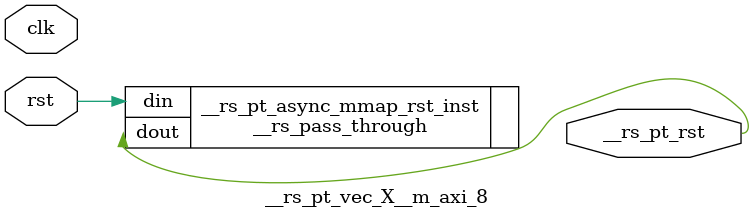
<source format=v>
`timescale 1 ns / 1 ps
/**   Generated by RapidStream   **/
module __rs_pt_vec_X__m_axi_8 #(
    parameter BufferSize         = 32,
    parameter BufferSizeLog      = 5,
    parameter AddrWidth          = 64,
    parameter AxiSideAddrWidth   = 64,
    parameter DataWidth          = 512,
    parameter DataWidthBytesLog  = 6,
    parameter WaitTimeWidth      = 4,
    parameter BurstLenWidth      = 8,
    parameter EnableReadChannel  = 1,
    parameter EnableWriteChannel = 1,
    parameter MaxWaitTime        = 3,
    parameter MaxBurstLen        = 15
) (
    output wire __rs_pt_rst,
    input wire  clk,
    input wire  rst
);




__rs_pass_through #(
    .WIDTH (1)
) __rs_pt_async_mmap_rst_inst /**   Generated by RapidStream   **/ (
    .din  (rst),
    .dout (__rs_pt_rst)
);

endmodule  // __rs_pt_vec_X__m_axi_8
</source>
